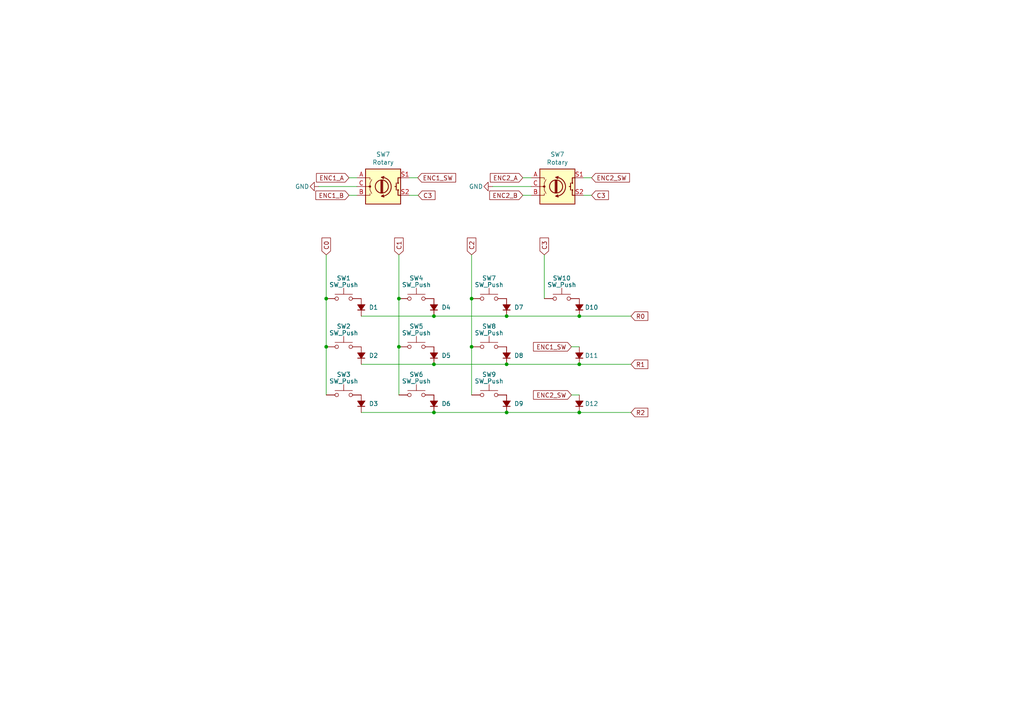
<source format=kicad_sch>
(kicad_sch (version 20230121) (generator eeschema)
  (paper "A4")
  (lib_symbols
    (symbol "Device:D_Small_Filled" (pin_numbers hide) (pin_names (offset 0.254) hide)
      (property "Reference" "D" (at -1.27 2.032 0))
      (property "Value" "D_Small_Filled" (at -3.81 -2.032 0))
      (symbol "D_Small_Filled_0_1"
        (polyline (pts (xy -0.762 -1.016) (xy -0.762 1.016)) (stroke (width 0.254)))
        (polyline (pts (xy -0.762 0) (xy 0.762 0)))
        (polyline (pts (xy 0.762 -1.016) (xy -0.762 0) (xy 0.762 1.016) (xy 0.762 -1.016)) (stroke (width 0.254)) (fill (type outline)))
      )
      (symbol "D_Small_Filled_1_1"
        (pin passive line (at -2.54 0 0) (length 1.778) (name "K") (number "1"))
        (pin passive line (at 2.54 0 180) (length 1.778) (name "A") (number "2"))
      )
    )
    (symbol "Switch:SW_Push" (pin_numbers hide) (pin_names (offset 1.016) hide)
      (property "Reference" "SW" (at 1.27 2.54 0))
      (property "Value" "SW_Push" (at 0 -1.524 0))
      (symbol "SW_Push_0_1"
        (circle (center -2.032 0) (radius 0.508))
        (polyline (pts (xy 0 1.27) (xy 0 3.048)))
        (polyline (pts (xy 2.54 1.27) (xy -2.54 1.27)))
        (circle (center 2.032 0) (radius 0.508))
        (pin passive line (at -5.08 0 0) (length 2.54) (name "1") (number "1"))
        (pin passive line (at 5.08 0 180) (length 2.54) (name "2") (number "2"))
      )
    )
    (symbol "laser-theremin-rescue:Rotary_Encoder_Switch-Device" (pin_names (offset 0.254) hide)
      (property "Reference" "SW" (at 0 6.604 0))
      (property "Value" "Device_Rotary_Encoder_Switch" (at 0 -6.604 0))
      (symbol "Rotary_Encoder_Switch-Device_0_1"
        (rectangle (start -5.08 5.08) (end 5.08 -5.08) (stroke (width 0.254)) (fill (type background)))
        (circle (center -3.81 0) (radius 0.254) (fill (type outline)))
        (arc (start -0.381 -2.794) (mid 2.3376 -0.0635) (end -0.381 2.667) (stroke (width 0.254)))
        (circle (center -0.381 0) (radius 1.905) (stroke (width 0.254)))
        (polyline (pts (xy -0.635 -1.778) (xy -0.635 1.778)) (stroke (width 0.254)))
        (polyline (pts (xy -0.381 -1.778) (xy -0.381 1.778)) (stroke (width 0.254)))
        (polyline (pts (xy -0.127 1.778) (xy -0.127 -1.778)) (stroke (width 0.254)))
        (polyline (pts (xy 3.81 0) (xy 3.429 0)) (stroke (width 0.254)))
        (polyline (pts (xy 3.81 1.016) (xy 3.81 -1.016)) (stroke (width 0.254)))
        (polyline (pts (xy -5.08 -2.54) (xy -3.81 -2.54) (xy -3.81 -2.032)))
        (polyline (pts (xy -5.08 2.54) (xy -3.81 2.54) (xy -3.81 2.032)))
        (polyline (pts (xy 0.254 -3.048) (xy -0.508 -2.794) (xy 0.127 -2.413)) (stroke (width 0.254)))
        (polyline (pts (xy 0.254 2.921) (xy -0.508 2.667) (xy 0.127 2.286)) (stroke (width 0.254)))
        (polyline (pts (xy 5.08 -2.54) (xy 4.318 -2.54) (xy 4.318 -1.016)) (stroke (width 0.254)))
        (polyline (pts (xy 5.08 2.54) (xy 4.318 2.54) (xy 4.318 1.016)) (stroke (width 0.254)))
        (polyline (pts (xy -5.08 0) (xy -3.81 0) (xy -3.81 -1.016) (xy -3.302 -2.032)))
        (polyline (pts (xy -4.318 0) (xy -3.81 0) (xy -3.81 1.016) (xy -3.302 2.032)))
        (circle (center 4.318 -1.016) (radius 0.127) (stroke (width 0.254)))
        (circle (center 4.318 1.016) (radius 0.127) (stroke (width 0.254)))
      )
      (symbol "Rotary_Encoder_Switch-Device_1_1"
        (pin passive line (at -7.62 2.54 0) (length 2.54) (name "A") (number "A"))
        (pin passive line (at -7.62 -2.54 0) (length 2.54) (name "B") (number "B"))
        (pin passive line (at -7.62 0 0) (length 2.54) (name "C") (number "C"))
        (pin passive line (at 7.62 2.54 180) (length 2.54) (name "S1") (number "S1"))
        (pin passive line (at 7.62 -2.54 180) (length 2.54) (name "S2") (number "S2"))
      )
    )
    (symbol "power:GND" (power) (pin_names (offset 0))
      (property "Value" "GND" (at 0 -3.81 0))
      (symbol "GND_0_1"
        (polyline (pts (xy 0 0) (xy 0 -1.27) (xy 1.27 -1.27) (xy 0 -2.54) (xy -1.27 -1.27) (xy 0 -1.27)))
      )
      (symbol "GND_1_1"
        (pin power_in line (at 0 0 270) (length 0) hide (name "GND") (number "1"))
      )
    )
  )
  (junction (at 125.857 119.634))
  (junction (at 136.779 100.584))
  (junction (at 168.021 119.634))
  (junction (at 136.779 86.614))
  (junction (at 146.939 91.694))
  (junction (at 94.615 86.614))
  (junction (at 115.697 100.584))
  (junction (at 168.021 91.694))
  (junction (at 125.857 91.694))
  (junction (at 125.857 105.664))
  (junction (at 94.615 100.584))
  (junction (at 146.939 119.634))
  (junction (at 115.697 86.614))
  (junction (at 168.021 105.664))
  (junction (at 146.939 105.664))
  (wire (pts (xy 104.775 119.634) (xy 125.857 119.634)))
  (wire (pts (xy 125.857 105.664) (xy 146.939 105.664)))
  (wire (pts (xy 136.779 73.914) (xy 136.779 86.614)))
  (wire (pts (xy 104.775 105.664) (xy 125.857 105.664)))
  (wire (pts (xy 103.505 51.562) (xy 101.219 51.562)))
  (wire (pts (xy 165.735 114.554) (xy 168.021 114.554)))
  (wire (pts (xy 94.615 100.584) (xy 94.615 114.554)))
  (wire (pts (xy 165.735 100.584) (xy 168.021 100.584)))
  (wire (pts (xy 115.697 73.914) (xy 115.697 86.614)))
  (wire (pts (xy 101.219 56.642) (xy 103.505 56.642)))
  (wire (pts (xy 146.939 105.664) (xy 168.021 105.664)))
  (wire (pts (xy 154.051 51.562) (xy 151.638 51.562)))
  (wire (pts (xy 115.697 100.584) (xy 115.697 114.554)))
  (wire (pts (xy 125.857 119.634) (xy 146.939 119.634)))
  (wire (pts (xy 168.021 105.664) (xy 183.007 105.664)))
  (wire (pts (xy 118.745 56.642) (xy 121.285 56.642)))
  (wire (pts (xy 142.875 54.102) (xy 154.051 54.102)))
  (wire (pts (xy 118.745 51.562) (xy 121.158 51.562)))
  (wire (pts (xy 136.779 100.584) (xy 136.779 114.554)))
  (wire (pts (xy 115.697 86.614) (xy 115.697 100.584)))
  (wire (pts (xy 168.021 119.634) (xy 183.007 119.634)))
  (wire (pts (xy 169.291 51.562) (xy 171.577 51.562)))
  (wire (pts (xy 94.615 73.914) (xy 94.615 86.614)))
  (wire (pts (xy 169.291 56.642) (xy 171.577 56.642)))
  (wire (pts (xy 151.638 56.642) (xy 154.051 56.642)))
  (wire (pts (xy 146.939 119.634) (xy 168.021 119.634)))
  (wire (pts (xy 125.857 91.694) (xy 146.939 91.694)))
  (wire (pts (xy 104.775 91.694) (xy 125.857 91.694)))
  (wire (pts (xy 136.779 86.614) (xy 136.779 100.584)))
  (wire (pts (xy 146.939 91.694) (xy 168.021 91.694)))
  (wire (pts (xy 157.861 73.914) (xy 157.861 86.614)))
  (wire (pts (xy 168.021 91.694) (xy 183.007 91.694)))
  (wire (pts (xy 94.615 86.614) (xy 94.615 100.584)))
  (wire (pts (xy 92.456 54.102) (xy 103.505 54.102)))
  (global_label "C3" (shape input) (at 121.285 56.642 0) (property "Intersheetrefs" "${INTERSHEET_REFS}" (effects hide)))
  (global_label "R1" (shape input) (at 183.007 105.664 0) (property "Intersheetrefs" "${INTERSHEET_REFS}" (effects hide)))
  (global_label "ENC2_A" (shape input) (at 151.638 51.562 180) (property "Intersheetrefs" "${INTERSHEET_REFS}" (effects hide)))
  (global_label "ENC1_SW" (shape input) (at 121.158 51.562 0) (property "Intersheetrefs" "${INTERSHEET_REFS}" (effects hide)))
  (global_label "C0" (shape input) (at 94.615 73.914 90) (property "Intersheetrefs" "${INTERSHEET_REFS}" (effects hide)))
  (global_label "R0" (shape input) (at 183.007 91.694 0) (property "Intersheetrefs" "${INTERSHEET_REFS}" (effects hide)))
  (global_label "C3" (shape input) (at 171.577 56.642 0) (property "Intersheetrefs" "${INTERSHEET_REFS}" (effects hide)))
  (global_label "ENC1_B" (shape input) (at 101.219 56.642 180) (property "Intersheetrefs" "${INTERSHEET_REFS}" (effects hide)))
  (global_label "R2" (shape input) (at 183.007 119.634 0) (property "Intersheetrefs" "${INTERSHEET_REFS}" (effects hide)))
  (global_label "C3" (shape input) (at 157.861 73.914 90) (property "Intersheetrefs" "${INTERSHEET_REFS}" (effects hide)))
  (global_label "ENC2_SW" (shape input) (at 171.577 51.562 0) (property "Intersheetrefs" "${INTERSHEET_REFS}" (effects hide)))
  (global_label "ENC2_B" (shape input) (at 151.638 56.642 180) (property "Intersheetrefs" "${INTERSHEET_REFS}" (effects hide)))
  (global_label "ENC1_A" (shape input) (at 101.219 51.562 180) (property "Intersheetrefs" "${INTERSHEET_REFS}" (effects hide)))
  (global_label "ENC2_SW" (shape input) (at 165.735 114.554 180) (property "Intersheetrefs" "${INTERSHEET_REFS}" (effects hide)))
  (global_label "C2" (shape input) (at 136.779 73.914 90) (property "Intersheetrefs" "${INTERSHEET_REFS}" (effects hide)))
  (global_label "ENC1_SW" (shape input) (at 165.735 100.584 180) (property "Intersheetrefs" "${INTERSHEET_REFS}" (effects hide)))
  (global_label "C1" (shape input) (at 115.697 73.914 90) (property "Intersheetrefs" "${INTERSHEET_REFS}" (effects hide)))
  (symbol (lib_id "power:GND") (at 142.875 54.102 270) (unit 1)
    (property "Reference" "#PWR0151" (effects hide))
    (property "Value" "GND" (at 138.049 54.102 90))
    (instances (project "laser-theremin" (path "" (reference "#PWR0151") (unit 1))) (project "dc31" (path "" (reference "#PWR058") (unit 1)) (path "" (reference "#PWR011") (unit 1))))
  )
  (symbol (lib_id "Switch:SW_Push") (at 99.695 100.584 0) (unit 1)
    (property "Reference" "SW2" (at 99.695 94.6531 0))
    (property "Value" "SW_Push" (at 99.695 96.5741 0))
    (property "Footprint" "lib_fp:MX-Alps-Choc-1U" (effects hide))
  )
  (symbol (lib_id "Device:D_Small_Filled") (at 146.939 89.154 90) (unit 1)
    (property "Reference" "D7" (at 150.495 89.154 90))
    (property "Value" "D_Small_Filled" (effects hide))
    (property "Footprint" "Diode_SMD:D_SOD-123" (effects hide))
    (property "Sim.Device" "D" (effects hide))
    (property "Sim.Pins" "1=K 2=A" (effects hide))
  )
  (symbol (lib_id "Device:D_Small_Filled") (at 104.775 117.094 90) (unit 1)
    (property "Reference" "D3" (at 108.331 117.094 90))
    (property "Value" "D_Small_Filled" (effects hide))
    (property "Footprint" "Diode_SMD:D_SOD-123" (effects hide))
    (property "Sim.Device" "D" (effects hide))
    (property "Sim.Pins" "1=K 2=A" (effects hide))
  )
  (symbol (lib_id "Device:D_Small_Filled") (at 125.857 117.094 90) (unit 1)
    (property "Reference" "D6" (at 129.413 117.094 90))
    (property "Value" "D_Small_Filled" (effects hide))
    (property "Footprint" "Diode_SMD:D_SOD-123" (effects hide))
    (property "Sim.Device" "D" (effects hide))
    (property "Sim.Pins" "1=K 2=A" (effects hide))
  )
  (symbol (lib_id "Device:D_Small_Filled") (at 146.939 103.124 90) (unit 1)
    (property "Reference" "D8" (at 150.495 103.124 90))
    (property "Value" "D_Small_Filled" (effects hide))
    (property "Footprint" "Diode_SMD:D_SOD-123" (effects hide))
    (property "Sim.Device" "D" (effects hide))
    (property "Sim.Pins" "1=K 2=A" (effects hide))
  )
  (symbol (lib_id "Device:D_Small_Filled") (at 125.857 89.154 90) (unit 1)
    (property "Reference" "D4" (at 129.413 89.154 90))
    (property "Value" "D_Small_Filled" (effects hide))
    (property "Footprint" "Diode_SMD:D_SOD-123" (effects hide))
    (property "Sim.Device" "D" (effects hide))
    (property "Sim.Pins" "1=K 2=A" (effects hide))
  )
  (symbol (lib_id "Device:D_Small_Filled") (at 168.021 89.154 90) (unit 1)
    (property "Reference" "D10" (at 171.577 89.154 90))
    (property "Value" "D_Small_Filled" (effects hide))
    (property "Footprint" "Diode_SMD:D_SOD-123" (effects hide))
    (property "Sim.Device" "D" (effects hide))
    (property "Sim.Pins" "1=K 2=A" (effects hide))
  )
  (symbol (lib_id "power:GND") (at 92.456 54.102 270) (unit 1)
    (property "Reference" "#PWR0151" (effects hide))
    (property "Value" "GND" (at 87.63 54.102 90))
    (instances (project "laser-theremin" (path "" (reference "#PWR0151") (unit 1))) (project "dc31" (path "" (reference "#PWR042") (unit 1)) (path "" (reference "#PWR010") (unit 1))))
  )
  (symbol (lib_id "Switch:SW_Push") (at 141.859 86.614 0) (unit 1)
    (property "Reference" "SW7" (at 141.859 80.6831 0))
    (property "Value" "SW_Push" (at 141.859 82.6041 0))
    (property "Footprint" "lib_fp:MX-Alps-Choc-1U" (effects hide))
    (instances (project "dc31" (path "" (reference "SW7") (unit 1)) (path "" (reference "SW8") (unit 1))))
  )
  (symbol (lib_id "Switch:SW_Push") (at 120.777 86.614 0) (unit 1)
    (property "Reference" "SW4" (at 120.777 80.6831 0))
    (property "Value" "SW_Push" (at 120.777 82.6041 0))
    (property "Footprint" "lib_fp:MX-Alps-Choc-1U" (effects hide))
    (instances (project "dc31" (path "" (reference "SW4") (unit 1)) (path "" (reference "SW5") (unit 1))))
  )
  (symbol (lib_id "Switch:SW_Push") (at 99.695 114.554 0) (unit 1)
    (property "Reference" "SW3" (at 99.695 108.6231 0))
    (property "Value" "SW_Push" (at 99.695 110.5441 0))
    (property "Footprint" "lib_fp:MX-Alps-Choc-1U" (effects hide))
  )
  (symbol (lib_id "Switch:SW_Push") (at 120.777 100.584 0) (unit 1)
    (property "Reference" "SW5" (at 120.777 94.6531 0))
    (property "Value" "SW_Push" (at 120.777 96.5741 0))
    (property "Footprint" "lib_fp:MX-Alps-Choc-1U" (effects hide))
    (instances (project "dc31" (path "" (reference "SW5") (unit 1)) (path "" (reference "SW6") (unit 1))))
  )
  (symbol (lib_id "Device:D_Small_Filled") (at 146.939 117.094 90) (unit 1)
    (property "Reference" "D9" (at 150.495 117.094 90))
    (property "Value" "D_Small_Filled" (effects hide))
    (property "Footprint" "Diode_SMD:D_SOD-123" (effects hide))
    (property "Sim.Device" "D" (effects hide))
    (property "Sim.Pins" "1=K 2=A" (effects hide))
  )
  (symbol (lib_id "Device:D_Small_Filled") (at 125.857 103.124 90) (unit 1)
    (property "Reference" "D5" (at 129.413 103.124 90))
    (property "Value" "D_Small_Filled" (effects hide))
    (property "Footprint" "Diode_SMD:D_SOD-123" (effects hide))
    (property "Sim.Device" "D" (effects hide))
    (property "Sim.Pins" "1=K 2=A" (effects hide))
  )
  (symbol (lib_id "Switch:SW_Push") (at 141.859 114.554 0) (unit 1)
    (property "Reference" "SW9" (at 141.859 108.6231 0))
    (property "Value" "SW_Push" (at 141.859 110.5441 0))
    (property "Footprint" "lib_fp:MX-Alps-Choc-1U" (effects hide))
    (instances (project "dc31" (path "" (reference "SW9") (unit 1)) (path "" (reference "SW10") (unit 1))))
  )
  (symbol (lib_id "Switch:SW_Push") (at 99.695 86.614 0) (unit 1)
    (property "Reference" "SW1" (at 99.695 80.6831 0))
    (property "Value" "SW_Push" (at 99.695 82.6041 0))
    (property "Footprint" "lib_fp:MX-Alps-Choc-1U" (effects hide))
  )
  (symbol (lib_id "Switch:SW_Push") (at 120.777 114.554 0) (unit 1)
    (property "Reference" "SW6" (at 120.777 108.6231 0))
    (property "Value" "SW_Push" (at 120.777 110.5441 0))
    (property "Footprint" "lib_fp:MX-Alps-Choc-1U" (effects hide))
    (instances (project "dc31" (path "" (reference "SW6") (unit 1)) (path "" (reference "SW7") (unit 1))))
  )
  (symbol (lib_id "Device:D_Small_Filled") (at 104.775 89.154 90) (unit 1)
    (property "Reference" "D1" (at 108.331 89.154 90))
    (property "Value" "D_Small_Filled" (effects hide))
    (property "Footprint" "Diode_SMD:D_SOD-123" (effects hide))
    (property "Sim.Device" "D" (effects hide))
    (property "Sim.Pins" "1=K 2=A" (effects hide))
  )
  (symbol (lib_id "Device:D_Small_Filled") (at 168.021 103.124 90) (unit 1)
    (property "Reference" "D11" (at 171.577 103.124 90))
    (property "Value" "D_Small_Filled" (effects hide))
    (property "Footprint" "Diode_SMD:D_SOD-123" (effects hide))
    (property "Sim.Device" "D" (effects hide))
    (property "Sim.Pins" "1=K 2=A" (effects hide))
  )
  (symbol (lib_id "Switch:SW_Push") (at 141.859 100.584 0) (unit 1)
    (property "Reference" "SW8" (at 141.859 94.6531 0))
    (property "Value" "SW_Push" (at 141.859 96.5741 0))
    (property "Footprint" "lib_fp:MX-Alps-Choc-1U" (effects hide))
    (instances (project "dc31" (path "" (reference "SW8") (unit 1)) (path "" (reference "SW9") (unit 1))))
  )
  (symbol (lib_id "Device:D_Small_Filled") (at 104.775 103.124 90) (unit 1)
    (property "Reference" "D2" (at 108.331 103.124 90))
    (property "Value" "D_Small_Filled" (effects hide))
    (property "Footprint" "Diode_SMD:D_SOD-123" (effects hide))
    (property "Sim.Device" "D" (effects hide))
    (property "Sim.Pins" "1=K 2=A" (effects hide))
  )
  (symbol (lib_id "Switch:SW_Push") (at 162.941 86.614 0) (unit 1)
    (property "Reference" "SW10" (at 162.941 80.6831 0))
    (property "Value" "SW_Push" (at 162.941 82.6041 0))
    (property "Footprint" "lib_fp:MX-Alps-Choc-1U" (effects hide))
    (instances (project "dc31" (path "" (reference "SW10") (unit 1)) (path "" (reference "SW12") (unit 1))))
  )
  (symbol (lib_id "laser-theremin-rescue:Rotary_Encoder_Switch-Device") (at 111.125 54.102 0) (unit 1)
    (property "Reference" "SW7" (at 111.125 44.7802 0))
    (property "Value" "Rotary" (at 111.125 47.0916 0))
    (property "Footprint" "lib_fp:RotaryEncoder" (effects hide))
    (instances (project "laser-theremin" (path "" (reference "SW7") (unit 1))) (project "dc31" (path "" (reference "SW20") (unit 1)) (path "" (reference "SW4") (unit 1))))
  )
  (symbol (lib_id "laser-theremin-rescue:Rotary_Encoder_Switch-Device") (at 161.671 54.102 0) (unit 1)
    (property "Reference" "SW7" (at 161.671 44.7802 0))
    (property "Value" "Rotary" (at 161.671 47.0916 0))
    (property "Footprint" "lib_fp:RotaryEncoder" (effects hide))
    (instances (project "laser-theremin" (path "" (reference "SW7") (unit 1))) (project "dc31" (path "" (reference "SW21") (unit 1)) (path "" (reference "SW11") (unit 1))))
  )
  (symbol (lib_id "Device:D_Small_Filled") (at 168.021 117.094 90) (unit 1)
    (property "Reference" "D12" (at 171.577 117.094 90))
    (property "Value" "D_Small_Filled" (effects hide))
    (property "Footprint" "Diode_SMD:D_SOD-123" (effects hide))
    (property "Sim.Device" "D" (effects hide))
    (property "Sim.Pins" "1=K 2=A" (effects hide))
  )
)
</source>
